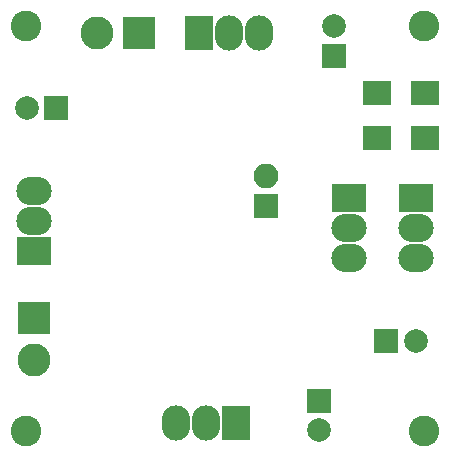
<source format=gbr>
G04 #@! TF.FileFunction,Soldermask,Top*
%FSLAX46Y46*%
G04 Gerber Fmt 4.6, Leading zero omitted, Abs format (unit mm)*
G04 Created by KiCad (PCBNEW 4.0.7) date Sunday, March 11, 2018 'PMt' 08:42:03 PM*
%MOMM*%
%LPD*%
G01*
G04 APERTURE LIST*
%ADD10C,0.100000*%
%ADD11R,2.400000X2.100000*%
%ADD12C,2.800000*%
%ADD13R,2.800000X2.800000*%
%ADD14R,3.000000X2.400000*%
%ADD15O,3.000000X2.400000*%
%ADD16R,2.400000X3.000000*%
%ADD17O,2.400000X3.000000*%
%ADD18R,2.000000X2.000000*%
%ADD19C,2.000000*%
%ADD20C,2.600000*%
%ADD21R,2.100000X2.100000*%
%ADD22O,2.100000X2.100000*%
G04 APERTURE END LIST*
D10*
D11*
X145510000Y-71755000D03*
X141510000Y-71755000D03*
D12*
X117785000Y-62865000D03*
D13*
X121285000Y-62865000D03*
D11*
X141510000Y-67945000D03*
X145510000Y-67945000D03*
D14*
X112395000Y-81280000D03*
D15*
X112395000Y-78740000D03*
X112395000Y-76200000D03*
D16*
X126365000Y-62865000D03*
D17*
X128905000Y-62865000D03*
X131445000Y-62865000D03*
D14*
X144780000Y-76835000D03*
D15*
X144780000Y-79375000D03*
X144780000Y-81915000D03*
D16*
X129540000Y-95885000D03*
D17*
X127000000Y-95885000D03*
X124460000Y-95885000D03*
D18*
X114300000Y-69215000D03*
D19*
X111800000Y-69215000D03*
D18*
X137795000Y-64770000D03*
D19*
X137795000Y-62270000D03*
D18*
X136525000Y-93980000D03*
D19*
X136525000Y-96480000D03*
D18*
X142240000Y-88900000D03*
D19*
X144740000Y-88900000D03*
D14*
X139065000Y-76835000D03*
D15*
X139065000Y-79375000D03*
X139065000Y-81915000D03*
D20*
X145415000Y-62230000D03*
X111760000Y-62230000D03*
X111760000Y-96520000D03*
X145415000Y-96520000D03*
D21*
X132080000Y-77470000D03*
D22*
X132080000Y-74930000D03*
D12*
X112395000Y-90495000D03*
D13*
X112395000Y-86995000D03*
M02*

</source>
